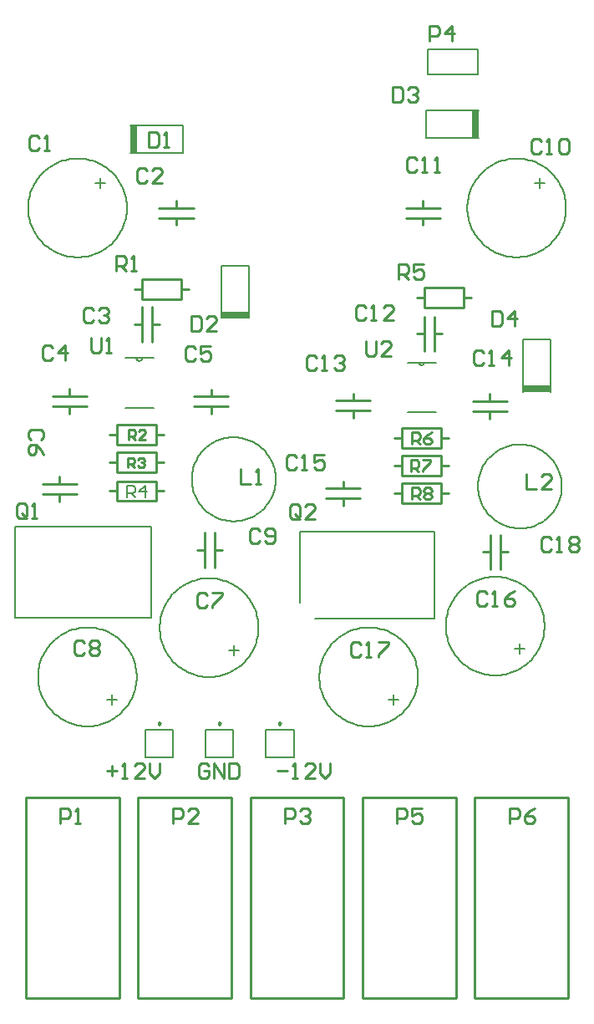
<source format=gto>
G04 Layer_Color=65535*
%FSLAX25Y25*%
%MOIN*%
G70*
G01*
G75*
%ADD30C,0.00787*%
%ADD31C,0.00600*%
%ADD32C,0.00984*%
%ADD33C,0.00500*%
%ADD34C,0.01000*%
%ADD35R,0.03150X0.11024*%
%ADD36R,0.11024X0.03150*%
D30*
X255906Y658661D02*
X255880Y659658D01*
X255804Y660653D01*
X255679Y661642D01*
X255503Y662624D01*
X255277Y663595D01*
X255003Y664554D01*
X254680Y665498D01*
X254310Y666424D01*
X253894Y667331D01*
X253432Y668215D01*
X252926Y669074D01*
X252377Y669907D01*
X251787Y670711D01*
X251157Y671484D01*
X250488Y672224D01*
X249783Y672929D01*
X249043Y673597D01*
X248270Y674228D01*
X247466Y674818D01*
X246633Y675367D01*
X245774Y675873D01*
X244890Y676335D01*
X243983Y676751D01*
X243057Y677121D01*
X242113Y677444D01*
X241155Y677718D01*
X240183Y677944D01*
X239201Y678119D01*
X238212Y678245D01*
X237217Y678321D01*
X236221Y678346D01*
X235223Y678321D01*
X234229Y678245D01*
X233240Y678119D01*
X232258Y677943D01*
X231286Y677718D01*
X230328Y677444D01*
X229384Y677121D01*
X228457Y676751D01*
X227551Y676335D01*
X226667Y675873D01*
X225808Y675367D01*
X224975Y674818D01*
X224171Y674228D01*
X223398Y673597D01*
X222658Y672929D01*
X221953Y672224D01*
X221284Y671484D01*
X220654Y670711D01*
X220064Y669907D01*
X219515Y669074D01*
X219009Y668215D01*
X218547Y667331D01*
X218131Y666424D01*
X217761Y665498D01*
X217438Y664554D01*
X217164Y663595D01*
X216938Y662624D01*
X216762Y661642D01*
X216636Y660653D01*
X216561Y659658D01*
X216535Y658661D01*
X216561Y657664D01*
X216636Y656670D01*
X216762Y655681D01*
X216938Y654699D01*
X217164Y653727D01*
X217438Y652768D01*
X217761Y651825D01*
X218131Y650898D01*
X218547Y649992D01*
X219009Y649108D01*
X219515Y648249D01*
X220064Y647416D01*
X220654Y646612D01*
X221284Y645839D01*
X221953Y645099D01*
X222658Y644394D01*
X223398Y643725D01*
X224171Y643095D01*
X224975Y642505D01*
X225808Y641956D01*
X226667Y641450D01*
X227551Y640988D01*
X228458Y640572D01*
X229384Y640202D01*
X230328Y639879D01*
X231286Y639605D01*
X232258Y639379D01*
X233240Y639203D01*
X234229Y639077D01*
X235224Y639002D01*
X236221Y638976D01*
X237218Y639002D01*
X238212Y639077D01*
X239201Y639203D01*
X240183Y639379D01*
X241155Y639605D01*
X242113Y639879D01*
X243057Y640202D01*
X243983Y640572D01*
X244890Y640988D01*
X245774Y641450D01*
X246633Y641956D01*
X247466Y642505D01*
X248270Y643095D01*
X249043Y643725D01*
X249783Y644394D01*
X250488Y645099D01*
X251157Y645839D01*
X251787Y646612D01*
X252377Y647416D01*
X252926Y648249D01*
X253432Y649108D01*
X253894Y649992D01*
X254310Y650899D01*
X254680Y651825D01*
X255003Y652769D01*
X255277Y653727D01*
X255503Y654699D01*
X255679Y655681D01*
X255804Y656670D01*
X255880Y657664D01*
X255906Y658661D01*
X315268Y550449D02*
X315238Y551449D01*
X315148Y552447D01*
X314999Y553436D01*
X314791Y554416D01*
X314524Y555381D01*
X314201Y556328D01*
X313821Y557254D01*
X313387Y558156D01*
X312899Y559031D01*
X312360Y559874D01*
X311772Y560684D01*
X311136Y561458D01*
X310455Y562191D01*
X309732Y562883D01*
X308968Y563531D01*
X308167Y564131D01*
X307331Y564683D01*
X306464Y565183D01*
X305569Y565631D01*
X304648Y566024D01*
X303706Y566362D01*
X302745Y566643D01*
X301769Y566866D01*
X300781Y567030D01*
X299786Y567134D01*
X298786Y567179D01*
X297785Y567164D01*
X296786Y567089D01*
X295794Y566955D01*
X294812Y566761D01*
X293843Y566510D01*
X292891Y566200D01*
X291959Y565835D01*
X291051Y565414D01*
X290169Y564939D01*
X289318Y564413D01*
X288499Y563837D01*
X287716Y563213D01*
X286972Y562543D01*
X286270Y561830D01*
X285611Y561076D01*
X284999Y560284D01*
X284435Y559457D01*
X283921Y558597D01*
X283460Y557709D01*
X283053Y556794D01*
X282701Y555857D01*
X282406Y554900D01*
X282169Y553928D01*
X281990Y552943D01*
X281871Y551949D01*
X281811Y550949D01*
Y549948D01*
X281871Y548949D01*
X281990Y547955D01*
X282169Y546970D01*
X282406Y545997D01*
X282701Y545041D01*
X283053Y544103D01*
X283460Y543189D01*
X283921Y542300D01*
X284435Y541441D01*
X284999Y540614D01*
X285611Y539822D01*
X286270Y539068D01*
X286972Y538355D01*
X287716Y537685D01*
X288499Y537061D01*
X289318Y536484D01*
X290169Y535958D01*
X291051Y535484D01*
X291959Y535063D01*
X292891Y534697D01*
X293843Y534388D01*
X294812Y534136D01*
X295794Y533943D01*
X296786Y533808D01*
X297785Y533733D01*
X298786Y533718D01*
X299786Y533763D01*
X300781Y533868D01*
X301769Y534032D01*
X302745Y534255D01*
X303706Y534535D01*
X304648Y534873D01*
X305569Y535267D01*
X306464Y535714D01*
X307331Y536215D01*
X308167Y536766D01*
X308968Y537367D01*
X309732Y538014D01*
X310455Y538706D01*
X311136Y539440D01*
X311772Y540213D01*
X312360Y541023D01*
X312899Y541867D01*
X313387Y542741D01*
X313821Y543643D01*
X314201Y544569D01*
X314524Y545517D01*
X314791Y546482D01*
X314999Y547461D01*
X315148Y548451D01*
X315238Y549448D01*
X315268Y550449D01*
X308378Y491291D02*
X308353Y492288D01*
X308277Y493283D01*
X308151Y494272D01*
X307975Y495254D01*
X307750Y496225D01*
X307475Y497184D01*
X307153Y498128D01*
X306783Y499054D01*
X306366Y499961D01*
X305904Y500844D01*
X305399Y501704D01*
X304850Y502537D01*
X304259Y503341D01*
X303629Y504114D01*
X302960Y504854D01*
X302255Y505559D01*
X301515Y506227D01*
X300742Y506858D01*
X299938Y507448D01*
X299106Y507997D01*
X298246Y508503D01*
X297362Y508965D01*
X296456Y509381D01*
X295530Y509751D01*
X294586Y510074D01*
X293627Y510348D01*
X292655Y510573D01*
X291674Y510749D01*
X290684Y510875D01*
X289690Y510951D01*
X288693Y510976D01*
X287696Y510951D01*
X286701Y510875D01*
X285712Y510749D01*
X284730Y510573D01*
X283759Y510348D01*
X282800Y510074D01*
X281856Y509751D01*
X280930Y509381D01*
X280024Y508965D01*
X279140Y508503D01*
X278280Y507997D01*
X277447Y507448D01*
X276644Y506858D01*
X275871Y506227D01*
X275131Y505559D01*
X274425Y504854D01*
X273757Y504114D01*
X273126Y503341D01*
X272536Y502537D01*
X271987Y501704D01*
X271481Y500844D01*
X271020Y499960D01*
X270603Y499054D01*
X270233Y498128D01*
X269911Y497184D01*
X269636Y496225D01*
X269411Y495254D01*
X269235Y494272D01*
X269109Y493283D01*
X269033Y492288D01*
X269008Y491291D01*
X269033Y490294D01*
X269109Y489300D01*
X269235Y488310D01*
X269411Y487329D01*
X269636Y486357D01*
X269911Y485398D01*
X270233Y484454D01*
X270603Y483528D01*
X271020Y482622D01*
X271481Y481738D01*
X271987Y480879D01*
X272536Y480046D01*
X273127Y479242D01*
X273757Y478469D01*
X274425Y477729D01*
X275131Y477024D01*
X275871Y476355D01*
X276644Y475725D01*
X277448Y475135D01*
X278280Y474586D01*
X279140Y474080D01*
X280024Y473618D01*
X280930Y473202D01*
X281856Y472832D01*
X282800Y472509D01*
X283759Y472235D01*
X284730Y472009D01*
X285712Y471833D01*
X286701Y471707D01*
X287696Y471631D01*
X288693Y471606D01*
X289690Y471631D01*
X290685Y471707D01*
X291674Y471833D01*
X292655Y472009D01*
X293627Y472235D01*
X294586Y472509D01*
X295530Y472832D01*
X296456Y473202D01*
X297362Y473618D01*
X298246Y474080D01*
X299106Y474586D01*
X299938Y475135D01*
X300742Y475725D01*
X301515Y476355D01*
X302255Y477024D01*
X302960Y477729D01*
X303629Y478469D01*
X304259Y479242D01*
X304850Y480046D01*
X305399Y480879D01*
X305905Y481738D01*
X306366Y482622D01*
X306783Y483529D01*
X307153Y484455D01*
X307475Y485398D01*
X307750Y486357D01*
X307975Y487329D01*
X308151Y488310D01*
X308277Y489300D01*
X308353Y490294D01*
X308378Y491291D01*
X259842Y471654D02*
X259817Y472650D01*
X259741Y473645D01*
X259615Y474634D01*
X259440Y475616D01*
X259214Y476588D01*
X258940Y477547D01*
X258617Y478490D01*
X258247Y479416D01*
X257831Y480323D01*
X257369Y481207D01*
X256863Y482066D01*
X256314Y482899D01*
X255724Y483703D01*
X255094Y484476D01*
X254425Y485216D01*
X253720Y485921D01*
X252980Y486590D01*
X252207Y487220D01*
X251403Y487810D01*
X250570Y488359D01*
X249711Y488865D01*
X248827Y489327D01*
X247920Y489743D01*
X246994Y490113D01*
X246051Y490436D01*
X245092Y490710D01*
X244120Y490936D01*
X243138Y491112D01*
X242149Y491237D01*
X241155Y491313D01*
X240158Y491338D01*
X239160Y491313D01*
X238166Y491237D01*
X237177Y491112D01*
X236195Y490936D01*
X235223Y490710D01*
X234264Y490436D01*
X233321Y490113D01*
X232395Y489743D01*
X231488Y489327D01*
X230604Y488865D01*
X229745Y488359D01*
X228912Y487810D01*
X228108Y487220D01*
X227335Y486590D01*
X226595Y485921D01*
X225890Y485216D01*
X225221Y484476D01*
X224591Y483703D01*
X224001Y482899D01*
X223452Y482066D01*
X222946Y481207D01*
X222484Y480323D01*
X222068Y479416D01*
X221698Y478490D01*
X221375Y477546D01*
X221101Y476588D01*
X220875Y475616D01*
X220699Y474634D01*
X220573Y473645D01*
X220498Y472650D01*
X220472Y471653D01*
X220498Y470656D01*
X220573Y469662D01*
X220699Y468673D01*
X220875Y467691D01*
X221101Y466719D01*
X221375Y465761D01*
X221698Y464817D01*
X222068Y463891D01*
X222484Y462984D01*
X222946Y462100D01*
X223452Y461241D01*
X224001Y460408D01*
X224591Y459604D01*
X225221Y458831D01*
X225890Y458091D01*
X226595Y457386D01*
X227335Y456717D01*
X228108Y456087D01*
X228912Y455497D01*
X229745Y454948D01*
X230604Y454442D01*
X231488Y453980D01*
X232395Y453564D01*
X233321Y453194D01*
X234265Y452871D01*
X235223Y452597D01*
X236195Y452371D01*
X237177Y452195D01*
X238166Y452069D01*
X239160Y451994D01*
X240158Y451968D01*
X241155Y451994D01*
X242149Y452069D01*
X243138Y452196D01*
X244120Y452371D01*
X245092Y452597D01*
X246051Y452871D01*
X246994Y453194D01*
X247920Y453564D01*
X248827Y453980D01*
X249711Y454442D01*
X250570Y454948D01*
X251403Y455497D01*
X252207Y456087D01*
X252980Y456717D01*
X253720Y457386D01*
X254425Y458091D01*
X255094Y458831D01*
X255724Y459604D01*
X256314Y460408D01*
X256863Y461241D01*
X257369Y462100D01*
X257831Y462984D01*
X258247Y463891D01*
X258617Y464817D01*
X258940Y465761D01*
X259214Y466719D01*
X259440Y467691D01*
X259615Y468673D01*
X259741Y469662D01*
X259817Y470656D01*
X259842Y471654D01*
X429417Y547594D02*
X429387Y548595D01*
X429298Y549592D01*
X429148Y550582D01*
X428940Y551561D01*
X428674Y552526D01*
X428350Y553474D01*
X427971Y554400D01*
X427536Y555302D01*
X427049Y556176D01*
X426510Y557020D01*
X425921Y557830D01*
X425286Y558603D01*
X424605Y559337D01*
X423881Y560029D01*
X423117Y560676D01*
X422316Y561277D01*
X421481Y561828D01*
X420614Y562329D01*
X419719Y562777D01*
X418798Y563170D01*
X417856Y563508D01*
X416895Y563789D01*
X415919Y564011D01*
X414931Y564175D01*
X413935Y564280D01*
X412935Y564325D01*
X411934Y564310D01*
X410936Y564235D01*
X409944Y564101D01*
X408962Y563907D01*
X407993Y563655D01*
X407041Y563346D01*
X406109Y562980D01*
X405200Y562559D01*
X404319Y562085D01*
X403467Y561559D01*
X402649Y560983D01*
X401866Y560358D01*
X401122Y559688D01*
X400419Y558975D01*
X399761Y558221D01*
X399148Y557429D01*
X398584Y556602D01*
X398071Y555743D01*
X397610Y554854D01*
X397203Y553940D01*
X396851Y553003D01*
X396556Y552046D01*
X396318Y551073D01*
X396140Y550088D01*
X396020Y549094D01*
X395960Y548095D01*
Y547094D01*
X396020Y546095D01*
X396140Y545101D01*
X396318Y544116D01*
X396556Y543143D01*
X396851Y542186D01*
X397203Y541249D01*
X397610Y540335D01*
X398071Y539446D01*
X398584Y538587D01*
X399148Y537759D01*
X399761Y536968D01*
X400419Y536214D01*
X401122Y535500D01*
X401866Y534831D01*
X402649Y534206D01*
X403467Y533630D01*
X404319Y533104D01*
X405200Y532629D01*
X406109Y532209D01*
X407041Y531843D01*
X407993Y531533D01*
X408962Y531282D01*
X409944Y531088D01*
X410936Y530954D01*
X411934Y530879D01*
X412935Y530864D01*
X413936Y530909D01*
X414931Y531014D01*
X415919Y531178D01*
X416895Y531400D01*
X417856Y531681D01*
X418798Y532019D01*
X419719Y532412D01*
X420614Y532860D01*
X421481Y533361D01*
X422316Y533912D01*
X423117Y534513D01*
X423881Y535160D01*
X424605Y535852D01*
X425286Y536586D01*
X425921Y537359D01*
X426510Y538169D01*
X427049Y539012D01*
X427536Y539887D01*
X427971Y540789D01*
X428350Y541715D01*
X428674Y542662D01*
X428940Y543628D01*
X429148Y544607D01*
X429298Y545597D01*
X429387Y546594D01*
X429417Y547594D01*
X422528Y491937D02*
X422502Y492934D01*
X422427Y493928D01*
X422301Y494918D01*
X422125Y495899D01*
X421899Y496871D01*
X421625Y497830D01*
X421302Y498774D01*
X420932Y499700D01*
X420516Y500606D01*
X420054Y501490D01*
X419548Y502350D01*
X418999Y503182D01*
X418409Y503986D01*
X417779Y504759D01*
X417110Y505499D01*
X416405Y506205D01*
X415665Y506873D01*
X414892Y507503D01*
X414088Y508094D01*
X413255Y508642D01*
X412396Y509149D01*
X411512Y509610D01*
X410605Y510027D01*
X409679Y510397D01*
X408736Y510719D01*
X407777Y510994D01*
X406805Y511219D01*
X405823Y511395D01*
X404834Y511521D01*
X403840Y511597D01*
X402843Y511622D01*
X401846Y511597D01*
X400851Y511521D01*
X399862Y511395D01*
X398880Y511219D01*
X397908Y510994D01*
X396950Y510719D01*
X396006Y510397D01*
X395080Y510027D01*
X394173Y509610D01*
X393289Y509149D01*
X392430Y508642D01*
X391597Y508094D01*
X390793Y507503D01*
X390020Y506873D01*
X389280Y506205D01*
X388575Y505499D01*
X387906Y504759D01*
X387276Y503986D01*
X386686Y503182D01*
X386137Y502350D01*
X385631Y501490D01*
X385169Y500606D01*
X384753Y499700D01*
X384383Y498774D01*
X384060Y497830D01*
X383786Y496871D01*
X383560Y495899D01*
X383384Y494918D01*
X383259Y493928D01*
X383183Y492934D01*
X383157Y491937D01*
X383183Y490940D01*
X383259Y489945D01*
X383384Y488956D01*
X383560Y487974D01*
X383786Y487003D01*
X384060Y486044D01*
X384383Y485100D01*
X384753Y484174D01*
X385169Y483268D01*
X385631Y482384D01*
X386137Y481524D01*
X386686Y480691D01*
X387276Y479888D01*
X387906Y479115D01*
X388575Y478375D01*
X389280Y477669D01*
X390020Y477001D01*
X390793Y476370D01*
X391597Y475780D01*
X392430Y475231D01*
X393289Y474725D01*
X394173Y474264D01*
X395080Y473847D01*
X396006Y473477D01*
X396950Y473155D01*
X397908Y472880D01*
X398880Y472655D01*
X399862Y472479D01*
X400851Y472353D01*
X401846Y472277D01*
X402843Y472252D01*
X403840Y472277D01*
X404834Y472353D01*
X405824Y472479D01*
X406805Y472655D01*
X407777Y472880D01*
X408736Y473155D01*
X409679Y473477D01*
X410605Y473847D01*
X411512Y474264D01*
X412396Y474725D01*
X413255Y475231D01*
X414088Y475780D01*
X414892Y476370D01*
X415665Y477001D01*
X416405Y477669D01*
X417110Y478375D01*
X417779Y479115D01*
X418409Y479888D01*
X418999Y480692D01*
X419548Y481524D01*
X420054Y482384D01*
X420516Y483268D01*
X420932Y484174D01*
X421302Y485100D01*
X421625Y486044D01*
X421899Y487003D01*
X422125Y487975D01*
X422301Y488956D01*
X422427Y489946D01*
X422502Y490940D01*
X422528Y491937D01*
X372047Y471654D02*
X372022Y472650D01*
X371946Y473645D01*
X371820Y474634D01*
X371644Y475616D01*
X371419Y476588D01*
X371145Y477547D01*
X370822Y478490D01*
X370452Y479416D01*
X370036Y480323D01*
X369574Y481207D01*
X369068Y482066D01*
X368519Y482899D01*
X367929Y483703D01*
X367298Y484476D01*
X366630Y485216D01*
X365925Y485921D01*
X365184Y486590D01*
X364411Y487220D01*
X363608Y487810D01*
X362775Y488359D01*
X361915Y488865D01*
X361031Y489327D01*
X360125Y489743D01*
X359199Y490113D01*
X358255Y490436D01*
X357296Y490710D01*
X356325Y490936D01*
X355343Y491112D01*
X354354Y491237D01*
X353359Y491313D01*
X352362Y491338D01*
X351365Y491313D01*
X350371Y491237D01*
X349381Y491112D01*
X348400Y490936D01*
X347428Y490710D01*
X346469Y490436D01*
X345526Y490113D01*
X344599Y489743D01*
X343693Y489327D01*
X342809Y488865D01*
X341950Y488359D01*
X341117Y487810D01*
X340313Y487220D01*
X339540Y486590D01*
X338800Y485921D01*
X338095Y485216D01*
X337426Y484476D01*
X336796Y483703D01*
X336205Y482899D01*
X335657Y482066D01*
X335151Y481207D01*
X334689Y480323D01*
X334273Y479416D01*
X333903Y478490D01*
X333580Y477546D01*
X333306Y476588D01*
X333080Y475616D01*
X332904Y474634D01*
X332778Y473645D01*
X332702Y472650D01*
X332677Y471653D01*
X332702Y470656D01*
X332778Y469662D01*
X332904Y468673D01*
X333080Y467691D01*
X333306Y466719D01*
X333580Y465761D01*
X333903Y464817D01*
X334273Y463891D01*
X334689Y462984D01*
X335151Y462100D01*
X335657Y461241D01*
X336206Y460408D01*
X336796Y459604D01*
X337426Y458831D01*
X338095Y458091D01*
X338800Y457386D01*
X339540Y456717D01*
X340313Y456087D01*
X341117Y455497D01*
X341950Y454948D01*
X342809Y454442D01*
X343693Y453980D01*
X344599Y453564D01*
X345526Y453194D01*
X346469Y452871D01*
X347428Y452597D01*
X348400Y452371D01*
X349381Y452195D01*
X350371Y452069D01*
X351365Y451994D01*
X352362Y451968D01*
X353359Y451994D01*
X354354Y452069D01*
X355343Y452196D01*
X356325Y452371D01*
X357296Y452597D01*
X358255Y452871D01*
X359199Y453194D01*
X360125Y453564D01*
X361031Y453980D01*
X361915Y454442D01*
X362775Y454948D01*
X363608Y455497D01*
X364412Y456087D01*
X365184Y456717D01*
X365925Y457386D01*
X366630Y458091D01*
X367298Y458831D01*
X367929Y459604D01*
X368519Y460408D01*
X369068Y461241D01*
X369574Y462100D01*
X370036Y462984D01*
X370452Y463891D01*
X370822Y464817D01*
X371145Y465761D01*
X371419Y466719D01*
X371644Y467691D01*
X371820Y468673D01*
X371946Y469662D01*
X372022Y470656D01*
X372047Y471654D01*
X431102Y658661D02*
X431077Y659658D01*
X431001Y660653D01*
X430875Y661642D01*
X430699Y662624D01*
X430474Y663595D01*
X430200Y664554D01*
X429877Y665498D01*
X429507Y666424D01*
X429091Y667331D01*
X428629Y668215D01*
X428123Y669074D01*
X427574Y669907D01*
X426984Y670711D01*
X426354Y671484D01*
X425685Y672224D01*
X424980Y672929D01*
X424240Y673597D01*
X423467Y674228D01*
X422663Y674818D01*
X421830Y675367D01*
X420970Y675873D01*
X420086Y676335D01*
X419180Y676751D01*
X418254Y677121D01*
X417310Y677444D01*
X416351Y677718D01*
X415380Y677944D01*
X414398Y678119D01*
X413409Y678245D01*
X412414Y678321D01*
X411417Y678346D01*
X410420Y678321D01*
X409426Y678245D01*
X408436Y678119D01*
X407455Y677943D01*
X406483Y677718D01*
X405524Y677444D01*
X404581Y677121D01*
X403654Y676751D01*
X402748Y676335D01*
X401864Y675873D01*
X401005Y675367D01*
X400172Y674818D01*
X399368Y674228D01*
X398595Y673597D01*
X397855Y672929D01*
X397150Y672224D01*
X396481Y671484D01*
X395851Y670711D01*
X395261Y669907D01*
X394712Y669074D01*
X394206Y668215D01*
X393744Y667331D01*
X393328Y666424D01*
X392958Y665498D01*
X392635Y664554D01*
X392361Y663595D01*
X392135Y662624D01*
X391959Y661642D01*
X391833Y660653D01*
X391757Y659658D01*
X391732Y658661D01*
X391757Y657664D01*
X391833Y656670D01*
X391959Y655681D01*
X392135Y654699D01*
X392361Y653727D01*
X392635Y652768D01*
X392958Y651825D01*
X393328Y650898D01*
X393744Y649992D01*
X394206Y649108D01*
X394712Y648249D01*
X395261Y647416D01*
X395851Y646612D01*
X396481Y645839D01*
X397150Y645099D01*
X397855Y644394D01*
X398595Y643725D01*
X399368Y643095D01*
X400172Y642505D01*
X401005Y641956D01*
X401864Y641450D01*
X402748Y640988D01*
X403654Y640572D01*
X404581Y640202D01*
X405524Y639879D01*
X406483Y639605D01*
X407455Y639379D01*
X408436Y639203D01*
X409426Y639077D01*
X410420Y639002D01*
X411417Y638976D01*
X412414Y639002D01*
X413409Y639077D01*
X414398Y639203D01*
X415380Y639379D01*
X416352Y639605D01*
X417310Y639879D01*
X418254Y640202D01*
X419180Y640572D01*
X420087Y640988D01*
X420971Y641450D01*
X421830Y641956D01*
X422663Y642505D01*
X423467Y643095D01*
X424240Y643725D01*
X424980Y644394D01*
X425685Y645099D01*
X426354Y645839D01*
X426984Y646612D01*
X427574Y647416D01*
X428123Y648249D01*
X428629Y649108D01*
X429091Y649992D01*
X429507Y650899D01*
X429877Y651825D01*
X430200Y652769D01*
X430474Y653727D01*
X430699Y654699D01*
X430875Y655681D01*
X431001Y656670D01*
X431077Y657664D01*
X431102Y658661D01*
X375394Y686614D02*
X396260D01*
X375394Y697638D02*
X396260D01*
X375394Y686614D02*
Y697638D01*
X376102Y721929D02*
X396102D01*
X376102Y711929D02*
Y721929D01*
Y711929D02*
X396102D01*
Y721929D01*
X243276Y668504D02*
X247276D01*
X245276Y666504D02*
Y670504D01*
X298535Y480236D02*
Y484236D01*
X296535Y482236D02*
X300535D01*
X250000Y460598D02*
Y464598D01*
X248000Y462598D02*
X252000D01*
X412685Y480882D02*
Y484882D01*
X410685Y482882D02*
X414685D01*
X362205Y460598D02*
Y464598D01*
X360205Y462598D02*
X364205D01*
X413779Y585236D02*
Y606102D01*
X424803Y585236D02*
Y606102D01*
X413779D02*
X424803D01*
X293701Y614764D02*
Y635630D01*
X304724Y614764D02*
Y635630D01*
X293701D02*
X304724D01*
X257283Y691732D02*
X278150D01*
X257283Y680709D02*
X278150D01*
Y691732D01*
X418472Y668504D02*
X422472D01*
X420472Y666504D02*
Y670504D01*
X263189Y450591D02*
X274213D01*
X274213Y439567D02*
Y450591D01*
X263189Y439567D02*
X274213D01*
X263189Y439567D02*
Y450591D01*
X287303D02*
X298327D01*
X298327Y439567D02*
Y450591D01*
X287303Y439567D02*
X298327D01*
X287303Y439567D02*
Y450591D01*
X311417D02*
X322441D01*
X322441Y439567D02*
Y450591D01*
X311417Y439567D02*
X322441D01*
X311417Y439567D02*
Y450591D01*
X256035Y543291D02*
Y548014D01*
X258397D01*
X259184Y547227D01*
Y545653D01*
X258397Y544866D01*
X256035D01*
X257610D02*
X259184Y543291D01*
X263120D02*
Y548014D01*
X260758Y545653D01*
X263907D01*
D31*
X259713Y598809D02*
X260065Y597961D01*
X260913Y597609D01*
X261762Y597961D01*
X262113Y598809D01*
X372363Y596955D02*
X372714Y596106D01*
X373563Y595755D01*
X374412Y596106D01*
X374763Y596955D01*
X255313Y598809D02*
X259713D01*
X262113D01*
X266513D01*
X255313Y579009D02*
X266513D01*
X367963Y596955D02*
X372363D01*
X374763D01*
X379163D01*
X367963Y577155D02*
X379163D01*
D32*
X269193Y453150D02*
X268455Y453576D01*
Y452723D01*
X269193Y453150D01*
X293307D02*
X292569Y453576D01*
Y452723D01*
X293307Y453150D01*
X317421D02*
X316683Y453576D01*
Y452723D01*
X317421Y453150D01*
D33*
X363591Y529528D02*
X378740D01*
X324803D02*
X339952D01*
X324803Y501181D02*
Y529528D01*
X331102Y494882D02*
X378740D01*
X211170Y495236D02*
Y531546D01*
X265591D01*
Y495236D02*
Y531546D01*
X211170Y495236D02*
X265591D01*
X339952Y529528D02*
X363591D01*
X378740Y494882D02*
Y529528D01*
D34*
X394685Y343543D02*
X431850D01*
X431929Y343465D02*
Y423543D01*
X394685D02*
X431929D01*
X394685Y343543D02*
Y423543D01*
X349902Y343543D02*
X387067D01*
X387146Y343465D02*
Y423543D01*
X349902D02*
X387146D01*
X349902Y343543D02*
Y423543D01*
X305118Y343543D02*
X342284D01*
X342362Y343465D02*
Y423543D01*
X305118D02*
X342362D01*
X305118Y343543D02*
Y423543D01*
X260335Y343543D02*
X297500D01*
X297579Y343465D02*
Y423543D01*
X260335D02*
X297579D01*
X260335Y343543D02*
Y423543D01*
X215551Y343543D02*
X252716D01*
X252795Y343465D02*
Y423543D01*
X215551D02*
X252795D01*
X215551Y343543D02*
Y423543D01*
X400685Y574673D02*
Y577626D01*
Y581563D02*
Y584516D01*
X393795Y577626D02*
X407575D01*
X393795Y581563D02*
X407575D01*
X374016Y651772D02*
Y654724D01*
Y658661D02*
Y661614D01*
X367126Y654724D02*
X380906D01*
X367126Y658661D02*
X380906D01*
X233035Y583602D02*
Y586555D01*
Y576713D02*
Y579665D01*
X226146Y583602D02*
X239925D01*
X226146Y579665D02*
X239925D01*
X289535Y576528D02*
Y579480D01*
Y583417D02*
Y586370D01*
X282646Y579480D02*
X296425D01*
X282646Y583417D02*
X296425D01*
X229035Y548602D02*
Y551555D01*
Y541713D02*
Y544665D01*
X222146Y548602D02*
X235925D01*
X222146Y544665D02*
X235925D01*
X390307Y622937D02*
X393260D01*
X371606D02*
X374559D01*
Y626874D02*
X390307D01*
Y619000D02*
Y626874D01*
X374559Y619000D02*
X390307D01*
X374559D02*
Y626874D01*
X277658Y626291D02*
X280610D01*
X258957D02*
X261909D01*
Y630228D02*
X277658D01*
Y622354D02*
Y630228D01*
X261909Y622354D02*
X277658D01*
X261909D02*
Y630228D01*
X248961Y545791D02*
X251913D01*
X267661D02*
X270614D01*
X251913Y541854D02*
X267661D01*
X251913D02*
Y549728D01*
X267661D01*
Y541854D02*
Y549728D01*
X267657Y557291D02*
X270610D01*
X248957D02*
X251909D01*
Y561228D02*
X267657D01*
Y553354D02*
Y561228D01*
X251909Y553354D02*
X267657D01*
X251909D02*
Y561228D01*
X248961Y568291D02*
X251913D01*
X267661D02*
X270614D01*
X251913Y564354D02*
X267661D01*
X251913D02*
Y572228D01*
X267661D01*
Y564354D02*
Y572228D01*
X265846Y612291D02*
X268799D01*
X258957D02*
X261909D01*
X265846Y605402D02*
Y619181D01*
X261909Y605402D02*
Y619181D01*
X290846Y522291D02*
X293799D01*
X283957D02*
X286909D01*
X290846Y515402D02*
Y529181D01*
X286909Y515402D02*
Y529181D01*
X378496Y608437D02*
X381449D01*
X371606D02*
X374559D01*
X378496Y601547D02*
Y615327D01*
X374559Y601547D02*
Y615327D01*
X346185Y581748D02*
Y584701D01*
Y574858D02*
Y577811D01*
X339295Y581748D02*
X353075D01*
X339295Y577811D02*
X353075D01*
X362610Y566937D02*
X365563D01*
X381311D02*
X384264D01*
X365563Y563000D02*
X381311D01*
X365563D02*
Y570874D01*
X381311D01*
Y563000D02*
Y570874D01*
X381307Y555937D02*
X384260D01*
X362606D02*
X365559D01*
Y559874D02*
X381307D01*
Y552000D02*
Y559874D01*
X365559Y552000D02*
X381307D01*
X365559D02*
Y559874D01*
X362610Y544937D02*
X365563D01*
X381311D02*
X384264D01*
X365563Y541000D02*
X381311D01*
X365563D02*
Y548874D01*
X381311D01*
Y541000D02*
Y548874D01*
X342185Y546748D02*
Y549701D01*
Y539858D02*
Y542811D01*
X335295Y546748D02*
X349075D01*
X335295Y542811D02*
X349075D01*
X404996Y521437D02*
X407949D01*
X398106D02*
X401059D01*
X404996Y514547D02*
Y528327D01*
X401059Y514547D02*
Y528327D01*
X275590Y651772D02*
Y654724D01*
Y658661D02*
Y661614D01*
X268701Y654724D02*
X282480D01*
X268701Y658661D02*
X282480D01*
X221093Y686734D02*
X220093Y687734D01*
X218094D01*
X217094Y686734D01*
Y682736D01*
X218094Y681736D01*
X220093D01*
X221093Y682736D01*
X223093Y681736D02*
X225092D01*
X224092D01*
Y687734D01*
X223093Y686734D01*
X263841Y673502D02*
X262842Y674502D01*
X260842D01*
X259842Y673502D01*
Y669504D01*
X260842Y668504D01*
X262842D01*
X263841Y669504D01*
X269839Y668504D02*
X265841D01*
X269839Y672503D01*
Y673502D01*
X268840Y674502D01*
X266840D01*
X265841Y673502D01*
X242534Y617790D02*
X241534Y618789D01*
X239535D01*
X238535Y617790D01*
Y613791D01*
X239535Y612791D01*
X241534D01*
X242534Y613791D01*
X244533Y617790D02*
X245533Y618789D01*
X247533D01*
X248532Y617790D01*
Y616790D01*
X247533Y615790D01*
X246533D01*
X247533D01*
X248532Y614791D01*
Y613791D01*
X247533Y612791D01*
X245533D01*
X244533Y613791D01*
X226334Y602790D02*
X225335Y603789D01*
X223335D01*
X222335Y602790D01*
Y598791D01*
X223335Y597791D01*
X225335D01*
X226334Y598791D01*
X231332Y597791D02*
Y603789D01*
X228333Y600790D01*
X232332D01*
X283134Y602690D02*
X282135Y603689D01*
X280135D01*
X279135Y602690D01*
Y598691D01*
X280135Y597691D01*
X282135D01*
X283134Y598691D01*
X289132Y603689D02*
X285134D01*
Y600690D01*
X287133Y601690D01*
X288133D01*
X289132Y600690D01*
Y598691D01*
X288133Y597691D01*
X286133D01*
X285134Y598691D01*
X221534Y566293D02*
X222533Y567292D01*
Y569292D01*
X221534Y570291D01*
X217535D01*
X216535Y569292D01*
Y567292D01*
X217535Y566293D01*
X222533Y560294D02*
X221534Y562294D01*
X219534Y564293D01*
X217535D01*
X216535Y563294D01*
Y561294D01*
X217535Y560294D01*
X218535D01*
X219534Y561294D01*
Y564293D01*
X288034Y504290D02*
X287035Y505289D01*
X285035D01*
X284035Y504290D01*
Y500291D01*
X285035Y499291D01*
X287035D01*
X288034Y500291D01*
X290034Y505289D02*
X294032D01*
Y504290D01*
X290034Y500291D01*
Y499291D01*
X238999Y485152D02*
X237999Y486152D01*
X236000D01*
X235000Y485152D01*
Y481153D01*
X236000Y480154D01*
X237999D01*
X238999Y481153D01*
X240998Y485152D02*
X241998Y486152D01*
X243997D01*
X244997Y485152D01*
Y484152D01*
X243997Y483152D01*
X244997Y482153D01*
Y481153D01*
X243997Y480154D01*
X241998D01*
X240998Y481153D01*
Y482153D01*
X241998Y483152D01*
X240998Y484152D01*
Y485152D01*
X241998Y483152D02*
X243997D01*
X309034Y529790D02*
X308034Y530789D01*
X306035D01*
X305035Y529790D01*
Y525791D01*
X306035Y524791D01*
X308034D01*
X309034Y525791D01*
X311034D02*
X312033Y524791D01*
X314033D01*
X315032Y525791D01*
Y529790D01*
X314033Y530789D01*
X312033D01*
X311034Y529790D01*
Y528790D01*
X312033Y527790D01*
X315032D01*
X421321Y685313D02*
X420322Y686313D01*
X418323D01*
X417323Y685313D01*
Y681315D01*
X418323Y680315D01*
X420322D01*
X421321Y681315D01*
X423321Y680315D02*
X425320D01*
X424321D01*
Y686313D01*
X423321Y685313D01*
X428319D02*
X429319Y686313D01*
X431318D01*
X432318Y685313D01*
Y681315D01*
X431318Y680315D01*
X429319D01*
X428319Y681315D01*
Y685313D01*
X371641Y677886D02*
X370642Y678886D01*
X368642D01*
X367642Y677886D01*
Y673888D01*
X368642Y672888D01*
X370642D01*
X371641Y673888D01*
X373641Y672888D02*
X375640D01*
X374640D01*
Y678886D01*
X373641Y677886D01*
X378639Y672888D02*
X380638D01*
X379639D01*
Y678886D01*
X378639Y677886D01*
X351184Y618935D02*
X350184Y619935D01*
X348185D01*
X347185Y618935D01*
Y614937D01*
X348185Y613937D01*
X350184D01*
X351184Y614937D01*
X353183Y613937D02*
X355183D01*
X354183D01*
Y619935D01*
X353183Y618935D01*
X362180Y613937D02*
X358182D01*
X362180Y617936D01*
Y618935D01*
X361180Y619935D01*
X359181D01*
X358182Y618935D01*
X331684Y598935D02*
X330684Y599935D01*
X328685D01*
X327685Y598935D01*
Y594937D01*
X328685Y593937D01*
X330684D01*
X331684Y594937D01*
X333683Y593937D02*
X335683D01*
X334683D01*
Y599935D01*
X333683Y598935D01*
X338682D02*
X339681Y599935D01*
X341681D01*
X342680Y598935D01*
Y597936D01*
X341681Y596936D01*
X340681D01*
X341681D01*
X342680Y595936D01*
Y594937D01*
X341681Y593937D01*
X339681D01*
X338682Y594937D01*
X398284Y600835D02*
X397284Y601835D01*
X395285D01*
X394285Y600835D01*
Y596837D01*
X395285Y595837D01*
X397284D01*
X398284Y596837D01*
X400283Y595837D02*
X402282D01*
X401283D01*
Y601835D01*
X400283Y600835D01*
X408281Y595837D02*
Y601835D01*
X405281Y598836D01*
X409280D01*
X323684Y559329D02*
X322684Y560329D01*
X320685D01*
X319685Y559329D01*
Y555330D01*
X320685Y554331D01*
X322684D01*
X323684Y555330D01*
X325683Y554331D02*
X327682D01*
X326683D01*
Y560329D01*
X325683Y559329D01*
X334680Y560329D02*
X330681D01*
Y557330D01*
X332681Y558329D01*
X333681D01*
X334680Y557330D01*
Y555330D01*
X333681Y554331D01*
X331681D01*
X330681Y555330D01*
X399684Y504935D02*
X398684Y505935D01*
X396685D01*
X395685Y504935D01*
Y500937D01*
X396685Y499937D01*
X398684D01*
X399684Y500937D01*
X401683Y499937D02*
X403683D01*
X402683D01*
Y505935D01*
X401683Y504935D01*
X410680Y505935D02*
X408681Y504935D01*
X406681Y502936D01*
Y500937D01*
X407681Y499937D01*
X409681D01*
X410680Y500937D01*
Y501936D01*
X409681Y502936D01*
X406681D01*
X349203Y484652D02*
X348204Y485652D01*
X346204D01*
X345205Y484652D01*
Y480653D01*
X346204Y479654D01*
X348204D01*
X349203Y480653D01*
X351203Y479654D02*
X353202D01*
X352203D01*
Y485652D01*
X351203Y484652D01*
X356201Y485652D02*
X360200D01*
Y484652D01*
X356201Y480653D01*
Y479654D01*
X425184Y526435D02*
X424184Y527435D01*
X422185D01*
X421185Y526435D01*
Y522437D01*
X422185Y521437D01*
X424184D01*
X425184Y522437D01*
X427183Y521437D02*
X429182D01*
X428183D01*
Y527435D01*
X427183Y526435D01*
X432182D02*
X433181Y527435D01*
X435181D01*
X436180Y526435D01*
Y525436D01*
X435181Y524436D01*
X436180Y523436D01*
Y522437D01*
X435181Y521437D01*
X433181D01*
X432182Y522437D01*
Y523436D01*
X433181Y524436D01*
X432182Y525436D01*
Y526435D01*
X433181Y524436D02*
X435181D01*
X264764Y689069D02*
Y683071D01*
X267763D01*
X268762Y684071D01*
Y688069D01*
X267763Y689069D01*
X264764D01*
X270762Y683071D02*
X272761D01*
X271761D01*
Y689069D01*
X270762Y688069D01*
X281496Y615447D02*
Y609449D01*
X284495D01*
X285495Y610448D01*
Y614447D01*
X284495Y615447D01*
X281496D01*
X291493Y609449D02*
X287494D01*
X291493Y613448D01*
Y614447D01*
X290493Y615447D01*
X288494D01*
X287494Y614447D01*
X361931Y707070D02*
Y701072D01*
X364931D01*
X365930Y702071D01*
Y706070D01*
X364931Y707070D01*
X361931D01*
X367930Y706070D02*
X368929Y707070D01*
X370929D01*
X371928Y706070D01*
Y705070D01*
X370929Y704071D01*
X369929D01*
X370929D01*
X371928Y703071D01*
Y702071D01*
X370929Y701072D01*
X368929D01*
X367930Y702071D01*
X401575Y617415D02*
Y611417D01*
X404574D01*
X405574Y612417D01*
Y616416D01*
X404574Y617415D01*
X401575D01*
X410572Y611417D02*
Y617415D01*
X407573Y614416D01*
X411572D01*
X301181Y554423D02*
Y548425D01*
X305180D01*
X307179D02*
X309178D01*
X308179D01*
Y554423D01*
X307179Y553424D01*
X415354Y552455D02*
Y546457D01*
X419353D01*
X425351D02*
X421352D01*
X425351Y550455D01*
Y551455D01*
X424351Y552455D01*
X422352D01*
X421352Y551455D01*
X376750Y725273D02*
Y731271D01*
X379749D01*
X380748Y730272D01*
Y728272D01*
X379749Y727273D01*
X376750D01*
X385747Y725273D02*
Y731271D01*
X382748Y728272D01*
X386746D01*
X215934Y535791D02*
Y539790D01*
X214934Y540789D01*
X212935D01*
X211935Y539790D01*
Y535791D01*
X212935Y534791D01*
X214934D01*
X213935Y536791D02*
X215934Y534791D01*
X214934D02*
X215934Y535791D01*
X217934Y534791D02*
X219933D01*
X218933D01*
Y540789D01*
X217934Y539790D01*
X324865Y535645D02*
Y539644D01*
X323865Y540644D01*
X321866D01*
X320866Y539644D01*
Y535645D01*
X321866Y534646D01*
X323865D01*
X322866Y536645D02*
X324865Y534646D01*
X323865D02*
X324865Y535645D01*
X330863Y534646D02*
X326864D01*
X330863Y538644D01*
Y539644D01*
X329863Y540644D01*
X327864D01*
X326864Y539644D01*
X248031Y434298D02*
X252030D01*
X250031Y436298D02*
Y432299D01*
X254030Y431299D02*
X256029D01*
X255029D01*
Y437297D01*
X254030Y436298D01*
X263027Y431299D02*
X259028D01*
X263027Y435298D01*
Y436298D01*
X262027Y437297D01*
X260028D01*
X259028Y436298D01*
X265026Y437297D02*
Y433298D01*
X267025Y431299D01*
X269025Y433298D01*
Y437297D01*
X315945Y434298D02*
X319944D01*
X321943Y431299D02*
X323942D01*
X322943D01*
Y437297D01*
X321943Y436298D01*
X330940Y431299D02*
X326941D01*
X330940Y435298D01*
Y436298D01*
X329940Y437297D01*
X327941D01*
X326941Y436298D01*
X332939Y437297D02*
Y433298D01*
X334939Y431299D01*
X336938Y433298D01*
Y437297D01*
X288447Y436298D02*
X287448Y437297D01*
X285449D01*
X284449Y436298D01*
Y432299D01*
X285449Y431299D01*
X287448D01*
X288447Y432299D01*
Y434298D01*
X286448D01*
X290447Y431299D02*
Y437297D01*
X294446Y431299D01*
Y437297D01*
X296445D02*
Y431299D01*
X299444D01*
X300444Y432299D01*
Y436298D01*
X299444Y437297D01*
X296445D01*
X241535Y606789D02*
Y601791D01*
X242535Y600791D01*
X244534D01*
X245534Y601791D01*
Y606789D01*
X247533Y600791D02*
X249533D01*
X248533D01*
Y606789D01*
X247533Y605790D01*
X351185Y605435D02*
Y600437D01*
X352185Y599437D01*
X354184D01*
X355184Y600437D01*
Y605435D01*
X361182Y599437D02*
X357183D01*
X361182Y603436D01*
Y604435D01*
X360182Y605435D01*
X358183D01*
X357183Y604435D01*
X251535Y633691D02*
Y639689D01*
X254535D01*
X255534Y638690D01*
Y636690D01*
X254535Y635691D01*
X251535D01*
X253535D02*
X255534Y633691D01*
X257534D02*
X259533D01*
X258533D01*
Y639689D01*
X257534Y638690D01*
X256693Y566142D02*
Y570078D01*
X258661D01*
X259317Y569421D01*
Y568110D01*
X258661Y567454D01*
X256693D01*
X258005D02*
X259317Y566142D01*
X263252D02*
X260629D01*
X263252Y568765D01*
Y569421D01*
X262597Y570078D01*
X261285D01*
X260629Y569421D01*
X256299Y555118D02*
Y559054D01*
X258267D01*
X258923Y558398D01*
Y557086D01*
X258267Y556430D01*
X256299D01*
X257611D02*
X258923Y555118D01*
X260235Y558398D02*
X260891Y559054D01*
X262203D01*
X262859Y558398D01*
Y557742D01*
X262203Y557086D01*
X261547D01*
X262203D01*
X262859Y556430D01*
Y555774D01*
X262203Y555118D01*
X260891D01*
X260235Y555774D01*
X364185Y630337D02*
Y636335D01*
X367184D01*
X368184Y635335D01*
Y633336D01*
X367184Y632336D01*
X364185D01*
X366184D02*
X368184Y630337D01*
X374182Y636335D02*
X370183D01*
Y633336D01*
X372182Y634336D01*
X373182D01*
X374182Y633336D01*
Y631337D01*
X373182Y630337D01*
X371183D01*
X370183Y631337D01*
X369685Y564437D02*
Y569160D01*
X372046D01*
X372834Y568373D01*
Y566798D01*
X372046Y566011D01*
X369685D01*
X371259D02*
X372834Y564437D01*
X377556Y569160D02*
X375982Y568373D01*
X374408Y566798D01*
Y565224D01*
X375195Y564437D01*
X376769D01*
X377556Y565224D01*
Y566011D01*
X376769Y566798D01*
X374408D01*
X369185Y553437D02*
Y558160D01*
X371547D01*
X372334Y557373D01*
Y555798D01*
X371547Y555011D01*
X369185D01*
X370759D02*
X372334Y553437D01*
X373908Y558160D02*
X377057D01*
Y557373D01*
X373908Y554224D01*
Y553437D01*
X369685Y542437D02*
Y547160D01*
X372046D01*
X372834Y546373D01*
Y544798D01*
X372046Y544011D01*
X369685D01*
X371259D02*
X372834Y542437D01*
X374408Y546373D02*
X375195Y547160D01*
X376769D01*
X377556Y546373D01*
Y545585D01*
X376769Y544798D01*
X377556Y544011D01*
Y543224D01*
X376769Y542437D01*
X375195D01*
X374408Y543224D01*
Y544011D01*
X375195Y544798D01*
X374408Y545585D01*
Y546373D01*
X375195Y544798D02*
X376769D01*
X229331Y413386D02*
Y419384D01*
X232330D01*
X233329Y418384D01*
Y416385D01*
X232330Y415385D01*
X229331D01*
X235329Y413386D02*
X237328D01*
X236329D01*
Y419384D01*
X235329Y418384D01*
X274114Y413386D02*
Y419384D01*
X277113D01*
X278113Y418384D01*
Y416385D01*
X277113Y415385D01*
X274114D01*
X284111Y413386D02*
X280112D01*
X284111Y417384D01*
Y418384D01*
X283111Y419384D01*
X281112D01*
X280112Y418384D01*
X318898Y413386D02*
Y419384D01*
X321897D01*
X322896Y418384D01*
Y416385D01*
X321897Y415385D01*
X318898D01*
X324896Y418384D02*
X325895Y419384D01*
X327895D01*
X328894Y418384D01*
Y417384D01*
X327895Y416385D01*
X326895D01*
X327895D01*
X328894Y415385D01*
Y414386D01*
X327895Y413386D01*
X325895D01*
X324896Y414386D01*
X363681Y413386D02*
Y419384D01*
X366680D01*
X367680Y418384D01*
Y416385D01*
X366680Y415385D01*
X363681D01*
X373678Y419384D02*
X369679D01*
Y416385D01*
X371678Y417384D01*
X372678D01*
X373678Y416385D01*
Y414386D01*
X372678Y413386D01*
X370679D01*
X369679Y414386D01*
X408465Y413386D02*
Y419384D01*
X411464D01*
X412463Y418384D01*
Y416385D01*
X411464Y415385D01*
X408465D01*
X418461Y419384D02*
X416462Y418384D01*
X414463Y416385D01*
Y414386D01*
X415462Y413386D01*
X417462D01*
X418461Y414386D01*
Y415385D01*
X417462Y416385D01*
X414463D01*
D35*
X395079Y692126D02*
D03*
X258465Y686221D02*
D03*
D36*
X419290Y586422D02*
D03*
X299211Y615950D02*
D03*
M02*

</source>
